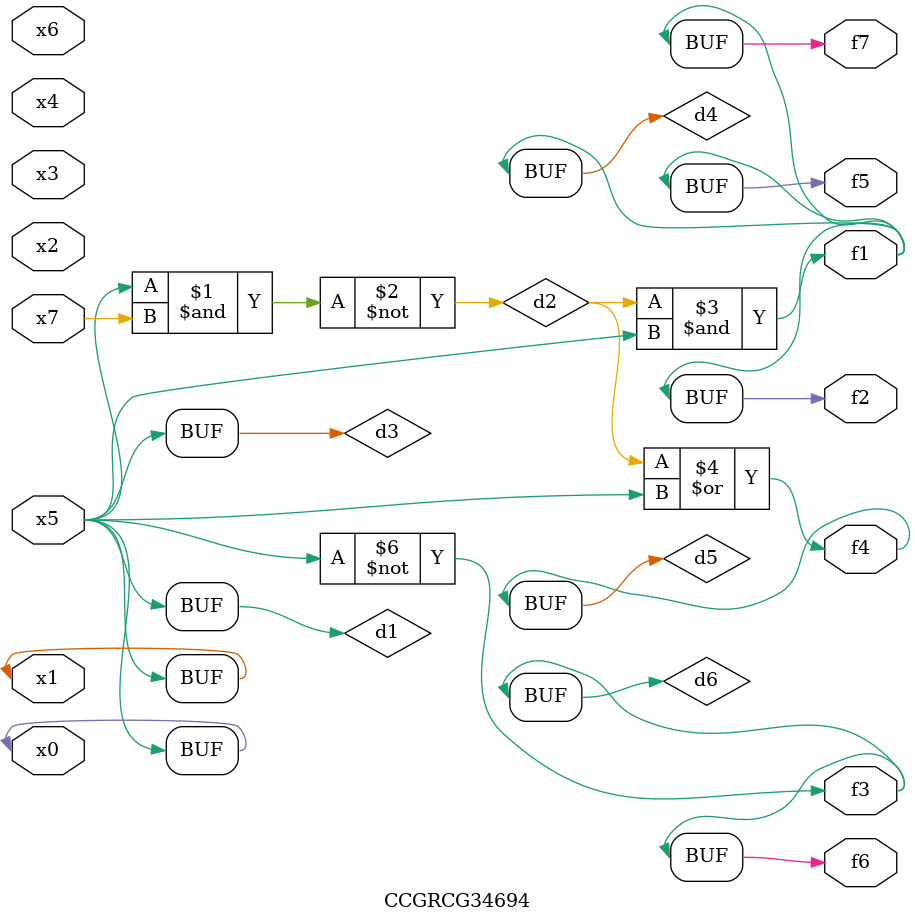
<source format=v>
module CCGRCG34694(
	input x0, x1, x2, x3, x4, x5, x6, x7,
	output f1, f2, f3, f4, f5, f6, f7
);

	wire d1, d2, d3, d4, d5, d6;

	buf (d1, x0, x5);
	nand (d2, x5, x7);
	buf (d3, x0, x1);
	and (d4, d2, d3);
	or (d5, d2, d3);
	nor (d6, d1, d3);
	assign f1 = d4;
	assign f2 = d4;
	assign f3 = d6;
	assign f4 = d5;
	assign f5 = d4;
	assign f6 = d6;
	assign f7 = d4;
endmodule

</source>
